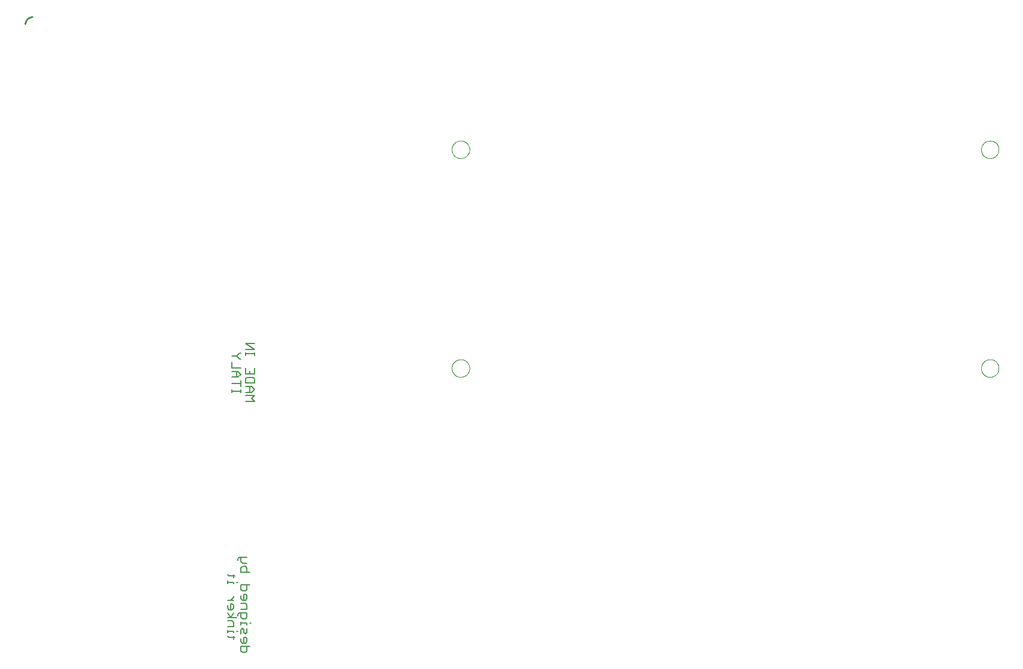
<source format=gbo>
G75*
%MOIN*%
%OFA0B0*%
%FSLAX25Y25*%
%IPPOS*%
%LPD*%
%AMOC8*
5,1,8,0,0,1.08239X$1,22.5*
%
%ADD10C,0.01000*%
%ADD11C,0.00700*%
%ADD12C,0.00000*%
D10*
X0132100Y0552863D02*
X0132102Y0552987D01*
X0132108Y0553110D01*
X0132117Y0553234D01*
X0132131Y0553356D01*
X0132148Y0553479D01*
X0132170Y0553601D01*
X0132195Y0553722D01*
X0132224Y0553842D01*
X0132256Y0553961D01*
X0132293Y0554080D01*
X0132333Y0554197D01*
X0132376Y0554312D01*
X0132424Y0554427D01*
X0132475Y0554539D01*
X0132529Y0554650D01*
X0132587Y0554760D01*
X0132648Y0554867D01*
X0132713Y0554973D01*
X0132781Y0555076D01*
X0132852Y0555177D01*
X0132926Y0555276D01*
X0133003Y0555373D01*
X0133084Y0555467D01*
X0133167Y0555558D01*
X0133253Y0555647D01*
X0133342Y0555733D01*
X0133433Y0555816D01*
X0133527Y0555897D01*
X0133624Y0555974D01*
X0133723Y0556048D01*
X0133824Y0556119D01*
X0133927Y0556187D01*
X0134033Y0556252D01*
X0134140Y0556313D01*
X0134250Y0556371D01*
X0134361Y0556425D01*
X0134473Y0556476D01*
X0134588Y0556524D01*
X0134703Y0556567D01*
X0134820Y0556607D01*
X0134939Y0556644D01*
X0135058Y0556676D01*
X0135178Y0556705D01*
X0135299Y0556730D01*
X0135421Y0556752D01*
X0135544Y0556769D01*
X0135666Y0556783D01*
X0135790Y0556792D01*
X0135913Y0556798D01*
X0136037Y0556800D01*
D11*
X0244950Y0211285D02*
X0245767Y0210467D01*
X0249037Y0210467D01*
X0248219Y0209650D02*
X0248219Y0211285D01*
X0248219Y0213088D02*
X0248219Y0213905D01*
X0244950Y0213905D01*
X0244950Y0213088D02*
X0244950Y0214722D01*
X0244950Y0216525D02*
X0248219Y0216525D01*
X0248219Y0218977D01*
X0247402Y0219795D01*
X0244950Y0219795D01*
X0244950Y0221682D02*
X0249854Y0221682D01*
X0250815Y0222692D02*
X0250815Y0223509D01*
X0251633Y0224326D01*
X0255719Y0224326D01*
X0255719Y0221874D01*
X0254902Y0221057D01*
X0253267Y0221057D01*
X0252450Y0221874D01*
X0252450Y0224326D01*
X0252450Y0226213D02*
X0255719Y0226213D01*
X0255719Y0228665D01*
X0254902Y0229483D01*
X0252450Y0229483D01*
X0253267Y0231370D02*
X0254902Y0231370D01*
X0255719Y0232187D01*
X0255719Y0233822D01*
X0254902Y0234639D01*
X0254085Y0234639D01*
X0254085Y0231370D01*
X0253267Y0231370D02*
X0252450Y0232187D01*
X0252450Y0233822D01*
X0253267Y0236526D02*
X0254902Y0236526D01*
X0255719Y0237343D01*
X0255719Y0239795D01*
X0257354Y0239795D02*
X0252450Y0239795D01*
X0252450Y0237343D01*
X0253267Y0236526D01*
X0250672Y0241406D02*
X0249854Y0241406D01*
X0248219Y0241406D02*
X0244950Y0241406D01*
X0244950Y0242223D02*
X0244950Y0240588D01*
X0248219Y0240588D02*
X0248219Y0241406D01*
X0248219Y0244026D02*
X0248219Y0245661D01*
X0249037Y0244843D02*
X0245767Y0244843D01*
X0244950Y0245661D01*
X0250815Y0253630D02*
X0250815Y0254447D01*
X0251633Y0255265D01*
X0255719Y0255265D01*
X0252450Y0255265D02*
X0252450Y0252813D01*
X0253267Y0251995D01*
X0255719Y0251995D01*
X0254902Y0250108D02*
X0255719Y0249291D01*
X0255719Y0246839D01*
X0257354Y0246839D02*
X0252450Y0246839D01*
X0252450Y0249291D01*
X0253267Y0250108D01*
X0254902Y0250108D01*
X0248219Y0233587D02*
X0248219Y0232770D01*
X0246585Y0231135D01*
X0248219Y0231135D02*
X0244950Y0231135D01*
X0246585Y0229248D02*
X0246585Y0225979D01*
X0247402Y0225979D02*
X0248219Y0226796D01*
X0248219Y0228431D01*
X0247402Y0229248D01*
X0246585Y0229248D01*
X0244950Y0228431D02*
X0244950Y0226796D01*
X0245767Y0225979D01*
X0247402Y0225979D01*
X0248219Y0224134D02*
X0246585Y0221682D01*
X0244950Y0224134D01*
X0252450Y0219254D02*
X0252450Y0217619D01*
X0252450Y0218437D02*
X0255719Y0218437D01*
X0255719Y0217619D01*
X0257354Y0218437D02*
X0258172Y0218437D01*
X0255719Y0215732D02*
X0255719Y0213280D01*
X0254902Y0212463D01*
X0254085Y0213280D01*
X0254085Y0214915D01*
X0253267Y0215732D01*
X0252450Y0214915D01*
X0252450Y0212463D01*
X0250672Y0213905D02*
X0249854Y0213905D01*
X0252450Y0209758D02*
X0252450Y0208124D01*
X0253267Y0207306D01*
X0254902Y0207306D01*
X0255719Y0208124D01*
X0255719Y0209758D01*
X0254902Y0210576D01*
X0254085Y0210576D01*
X0254085Y0207306D01*
X0255719Y0205419D02*
X0255719Y0202967D01*
X0254902Y0202150D01*
X0253267Y0202150D01*
X0252450Y0202967D01*
X0252450Y0205419D01*
X0257354Y0205419D01*
X0254950Y0342150D02*
X0259854Y0342150D01*
X0258219Y0343785D01*
X0259854Y0345419D01*
X0254950Y0345419D01*
X0254950Y0347306D02*
X0258219Y0347306D01*
X0259854Y0348941D01*
X0258219Y0350576D01*
X0254950Y0350576D01*
X0254950Y0352463D02*
X0254950Y0354915D01*
X0255767Y0355732D01*
X0259037Y0355732D01*
X0259854Y0354915D01*
X0259854Y0352463D01*
X0254950Y0352463D01*
X0252354Y0352222D02*
X0247450Y0352222D01*
X0247450Y0348785D02*
X0247450Y0347150D01*
X0247450Y0347967D02*
X0252354Y0347967D01*
X0252354Y0347150D02*
X0252354Y0348785D01*
X0252354Y0350588D02*
X0252354Y0353857D01*
X0250719Y0355744D02*
X0252354Y0357379D01*
X0250719Y0359013D01*
X0247450Y0359013D01*
X0247450Y0360900D02*
X0247450Y0364170D01*
X0247450Y0360900D02*
X0252354Y0360900D01*
X0254950Y0360889D02*
X0254950Y0357619D01*
X0259854Y0357619D01*
X0259854Y0360889D01*
X0257402Y0359254D02*
X0257402Y0357619D01*
X0250719Y0355744D02*
X0247450Y0355744D01*
X0249902Y0355744D02*
X0249902Y0359013D01*
X0251537Y0366057D02*
X0249902Y0367692D01*
X0247450Y0367692D01*
X0249902Y0367692D02*
X0251537Y0369326D01*
X0252354Y0369326D01*
X0254950Y0369567D02*
X0254950Y0367932D01*
X0254950Y0368749D02*
X0259854Y0368749D01*
X0259854Y0367932D02*
X0259854Y0369567D01*
X0259854Y0371370D02*
X0254950Y0374639D01*
X0259854Y0374639D01*
X0259854Y0371370D02*
X0254950Y0371370D01*
X0252354Y0366057D02*
X0251537Y0366057D01*
X0257402Y0350576D02*
X0257402Y0347306D01*
D12*
X0370041Y0360776D02*
X0370043Y0360916D01*
X0370049Y0361056D01*
X0370059Y0361195D01*
X0370073Y0361334D01*
X0370091Y0361473D01*
X0370112Y0361611D01*
X0370138Y0361749D01*
X0370168Y0361886D01*
X0370201Y0362021D01*
X0370239Y0362156D01*
X0370280Y0362290D01*
X0370325Y0362423D01*
X0370373Y0362554D01*
X0370426Y0362683D01*
X0370482Y0362812D01*
X0370541Y0362938D01*
X0370605Y0363063D01*
X0370671Y0363186D01*
X0370742Y0363307D01*
X0370815Y0363426D01*
X0370892Y0363543D01*
X0370973Y0363657D01*
X0371056Y0363769D01*
X0371143Y0363879D01*
X0371233Y0363987D01*
X0371325Y0364091D01*
X0371421Y0364193D01*
X0371520Y0364293D01*
X0371621Y0364389D01*
X0371725Y0364483D01*
X0371832Y0364573D01*
X0371941Y0364660D01*
X0372053Y0364745D01*
X0372167Y0364826D01*
X0372283Y0364904D01*
X0372401Y0364978D01*
X0372522Y0365049D01*
X0372644Y0365117D01*
X0372769Y0365181D01*
X0372895Y0365242D01*
X0373022Y0365299D01*
X0373152Y0365352D01*
X0373283Y0365402D01*
X0373415Y0365447D01*
X0373548Y0365490D01*
X0373683Y0365528D01*
X0373818Y0365562D01*
X0373955Y0365593D01*
X0374092Y0365620D01*
X0374230Y0365642D01*
X0374369Y0365661D01*
X0374508Y0365676D01*
X0374647Y0365687D01*
X0374787Y0365694D01*
X0374927Y0365697D01*
X0375067Y0365696D01*
X0375207Y0365691D01*
X0375346Y0365682D01*
X0375486Y0365669D01*
X0375625Y0365652D01*
X0375763Y0365631D01*
X0375901Y0365607D01*
X0376038Y0365578D01*
X0376174Y0365546D01*
X0376309Y0365509D01*
X0376443Y0365469D01*
X0376576Y0365425D01*
X0376707Y0365377D01*
X0376837Y0365326D01*
X0376966Y0365271D01*
X0377093Y0365212D01*
X0377218Y0365149D01*
X0377341Y0365084D01*
X0377463Y0365014D01*
X0377582Y0364941D01*
X0377700Y0364865D01*
X0377815Y0364786D01*
X0377928Y0364703D01*
X0378038Y0364617D01*
X0378146Y0364528D01*
X0378251Y0364436D01*
X0378354Y0364341D01*
X0378454Y0364243D01*
X0378551Y0364143D01*
X0378645Y0364039D01*
X0378737Y0363933D01*
X0378825Y0363825D01*
X0378910Y0363714D01*
X0378992Y0363600D01*
X0379071Y0363484D01*
X0379146Y0363367D01*
X0379218Y0363247D01*
X0379286Y0363125D01*
X0379351Y0363001D01*
X0379413Y0362875D01*
X0379471Y0362748D01*
X0379525Y0362619D01*
X0379576Y0362488D01*
X0379622Y0362356D01*
X0379665Y0362223D01*
X0379705Y0362089D01*
X0379740Y0361954D01*
X0379772Y0361817D01*
X0379799Y0361680D01*
X0379823Y0361542D01*
X0379843Y0361404D01*
X0379859Y0361265D01*
X0379871Y0361125D01*
X0379879Y0360986D01*
X0379883Y0360846D01*
X0379883Y0360706D01*
X0379879Y0360566D01*
X0379871Y0360427D01*
X0379859Y0360287D01*
X0379843Y0360148D01*
X0379823Y0360010D01*
X0379799Y0359872D01*
X0379772Y0359735D01*
X0379740Y0359598D01*
X0379705Y0359463D01*
X0379665Y0359329D01*
X0379622Y0359196D01*
X0379576Y0359064D01*
X0379525Y0358933D01*
X0379471Y0358804D01*
X0379413Y0358677D01*
X0379351Y0358551D01*
X0379286Y0358427D01*
X0379218Y0358305D01*
X0379146Y0358185D01*
X0379071Y0358068D01*
X0378992Y0357952D01*
X0378910Y0357838D01*
X0378825Y0357727D01*
X0378737Y0357619D01*
X0378645Y0357513D01*
X0378551Y0357409D01*
X0378454Y0357309D01*
X0378354Y0357211D01*
X0378251Y0357116D01*
X0378146Y0357024D01*
X0378038Y0356935D01*
X0377928Y0356849D01*
X0377815Y0356766D01*
X0377700Y0356687D01*
X0377582Y0356611D01*
X0377463Y0356538D01*
X0377341Y0356468D01*
X0377218Y0356403D01*
X0377093Y0356340D01*
X0376966Y0356281D01*
X0376837Y0356226D01*
X0376707Y0356175D01*
X0376576Y0356127D01*
X0376443Y0356083D01*
X0376309Y0356043D01*
X0376174Y0356006D01*
X0376038Y0355974D01*
X0375901Y0355945D01*
X0375763Y0355921D01*
X0375625Y0355900D01*
X0375486Y0355883D01*
X0375346Y0355870D01*
X0375207Y0355861D01*
X0375067Y0355856D01*
X0374927Y0355855D01*
X0374787Y0355858D01*
X0374647Y0355865D01*
X0374508Y0355876D01*
X0374369Y0355891D01*
X0374230Y0355910D01*
X0374092Y0355932D01*
X0373955Y0355959D01*
X0373818Y0355990D01*
X0373683Y0356024D01*
X0373548Y0356062D01*
X0373415Y0356105D01*
X0373283Y0356150D01*
X0373152Y0356200D01*
X0373022Y0356253D01*
X0372895Y0356310D01*
X0372769Y0356371D01*
X0372644Y0356435D01*
X0372522Y0356503D01*
X0372401Y0356574D01*
X0372283Y0356648D01*
X0372167Y0356726D01*
X0372053Y0356807D01*
X0371941Y0356892D01*
X0371832Y0356979D01*
X0371725Y0357069D01*
X0371621Y0357163D01*
X0371520Y0357259D01*
X0371421Y0357359D01*
X0371325Y0357461D01*
X0371233Y0357565D01*
X0371143Y0357673D01*
X0371056Y0357783D01*
X0370973Y0357895D01*
X0370892Y0358009D01*
X0370815Y0358126D01*
X0370742Y0358245D01*
X0370671Y0358366D01*
X0370605Y0358489D01*
X0370541Y0358614D01*
X0370482Y0358740D01*
X0370426Y0358869D01*
X0370373Y0358998D01*
X0370325Y0359129D01*
X0370280Y0359262D01*
X0370239Y0359396D01*
X0370201Y0359531D01*
X0370168Y0359666D01*
X0370138Y0359803D01*
X0370112Y0359941D01*
X0370091Y0360079D01*
X0370073Y0360218D01*
X0370059Y0360357D01*
X0370049Y0360496D01*
X0370043Y0360636D01*
X0370041Y0360776D01*
X0370041Y0482824D02*
X0370043Y0482964D01*
X0370049Y0483104D01*
X0370059Y0483243D01*
X0370073Y0483382D01*
X0370091Y0483521D01*
X0370112Y0483659D01*
X0370138Y0483797D01*
X0370168Y0483934D01*
X0370201Y0484069D01*
X0370239Y0484204D01*
X0370280Y0484338D01*
X0370325Y0484471D01*
X0370373Y0484602D01*
X0370426Y0484731D01*
X0370482Y0484860D01*
X0370541Y0484986D01*
X0370605Y0485111D01*
X0370671Y0485234D01*
X0370742Y0485355D01*
X0370815Y0485474D01*
X0370892Y0485591D01*
X0370973Y0485705D01*
X0371056Y0485817D01*
X0371143Y0485927D01*
X0371233Y0486035D01*
X0371325Y0486139D01*
X0371421Y0486241D01*
X0371520Y0486341D01*
X0371621Y0486437D01*
X0371725Y0486531D01*
X0371832Y0486621D01*
X0371941Y0486708D01*
X0372053Y0486793D01*
X0372167Y0486874D01*
X0372283Y0486952D01*
X0372401Y0487026D01*
X0372522Y0487097D01*
X0372644Y0487165D01*
X0372769Y0487229D01*
X0372895Y0487290D01*
X0373022Y0487347D01*
X0373152Y0487400D01*
X0373283Y0487450D01*
X0373415Y0487495D01*
X0373548Y0487538D01*
X0373683Y0487576D01*
X0373818Y0487610D01*
X0373955Y0487641D01*
X0374092Y0487668D01*
X0374230Y0487690D01*
X0374369Y0487709D01*
X0374508Y0487724D01*
X0374647Y0487735D01*
X0374787Y0487742D01*
X0374927Y0487745D01*
X0375067Y0487744D01*
X0375207Y0487739D01*
X0375346Y0487730D01*
X0375486Y0487717D01*
X0375625Y0487700D01*
X0375763Y0487679D01*
X0375901Y0487655D01*
X0376038Y0487626D01*
X0376174Y0487594D01*
X0376309Y0487557D01*
X0376443Y0487517D01*
X0376576Y0487473D01*
X0376707Y0487425D01*
X0376837Y0487374D01*
X0376966Y0487319D01*
X0377093Y0487260D01*
X0377218Y0487197D01*
X0377341Y0487132D01*
X0377463Y0487062D01*
X0377582Y0486989D01*
X0377700Y0486913D01*
X0377815Y0486834D01*
X0377928Y0486751D01*
X0378038Y0486665D01*
X0378146Y0486576D01*
X0378251Y0486484D01*
X0378354Y0486389D01*
X0378454Y0486291D01*
X0378551Y0486191D01*
X0378645Y0486087D01*
X0378737Y0485981D01*
X0378825Y0485873D01*
X0378910Y0485762D01*
X0378992Y0485648D01*
X0379071Y0485532D01*
X0379146Y0485415D01*
X0379218Y0485295D01*
X0379286Y0485173D01*
X0379351Y0485049D01*
X0379413Y0484923D01*
X0379471Y0484796D01*
X0379525Y0484667D01*
X0379576Y0484536D01*
X0379622Y0484404D01*
X0379665Y0484271D01*
X0379705Y0484137D01*
X0379740Y0484002D01*
X0379772Y0483865D01*
X0379799Y0483728D01*
X0379823Y0483590D01*
X0379843Y0483452D01*
X0379859Y0483313D01*
X0379871Y0483173D01*
X0379879Y0483034D01*
X0379883Y0482894D01*
X0379883Y0482754D01*
X0379879Y0482614D01*
X0379871Y0482475D01*
X0379859Y0482335D01*
X0379843Y0482196D01*
X0379823Y0482058D01*
X0379799Y0481920D01*
X0379772Y0481783D01*
X0379740Y0481646D01*
X0379705Y0481511D01*
X0379665Y0481377D01*
X0379622Y0481244D01*
X0379576Y0481112D01*
X0379525Y0480981D01*
X0379471Y0480852D01*
X0379413Y0480725D01*
X0379351Y0480599D01*
X0379286Y0480475D01*
X0379218Y0480353D01*
X0379146Y0480233D01*
X0379071Y0480116D01*
X0378992Y0480000D01*
X0378910Y0479886D01*
X0378825Y0479775D01*
X0378737Y0479667D01*
X0378645Y0479561D01*
X0378551Y0479457D01*
X0378454Y0479357D01*
X0378354Y0479259D01*
X0378251Y0479164D01*
X0378146Y0479072D01*
X0378038Y0478983D01*
X0377928Y0478897D01*
X0377815Y0478814D01*
X0377700Y0478735D01*
X0377582Y0478659D01*
X0377463Y0478586D01*
X0377341Y0478516D01*
X0377218Y0478451D01*
X0377093Y0478388D01*
X0376966Y0478329D01*
X0376837Y0478274D01*
X0376707Y0478223D01*
X0376576Y0478175D01*
X0376443Y0478131D01*
X0376309Y0478091D01*
X0376174Y0478054D01*
X0376038Y0478022D01*
X0375901Y0477993D01*
X0375763Y0477969D01*
X0375625Y0477948D01*
X0375486Y0477931D01*
X0375346Y0477918D01*
X0375207Y0477909D01*
X0375067Y0477904D01*
X0374927Y0477903D01*
X0374787Y0477906D01*
X0374647Y0477913D01*
X0374508Y0477924D01*
X0374369Y0477939D01*
X0374230Y0477958D01*
X0374092Y0477980D01*
X0373955Y0478007D01*
X0373818Y0478038D01*
X0373683Y0478072D01*
X0373548Y0478110D01*
X0373415Y0478153D01*
X0373283Y0478198D01*
X0373152Y0478248D01*
X0373022Y0478301D01*
X0372895Y0478358D01*
X0372769Y0478419D01*
X0372644Y0478483D01*
X0372522Y0478551D01*
X0372401Y0478622D01*
X0372283Y0478696D01*
X0372167Y0478774D01*
X0372053Y0478855D01*
X0371941Y0478940D01*
X0371832Y0479027D01*
X0371725Y0479117D01*
X0371621Y0479211D01*
X0371520Y0479307D01*
X0371421Y0479407D01*
X0371325Y0479509D01*
X0371233Y0479613D01*
X0371143Y0479721D01*
X0371056Y0479831D01*
X0370973Y0479943D01*
X0370892Y0480057D01*
X0370815Y0480174D01*
X0370742Y0480293D01*
X0370671Y0480414D01*
X0370605Y0480537D01*
X0370541Y0480662D01*
X0370482Y0480788D01*
X0370426Y0480917D01*
X0370373Y0481046D01*
X0370325Y0481177D01*
X0370280Y0481310D01*
X0370239Y0481444D01*
X0370201Y0481579D01*
X0370168Y0481714D01*
X0370138Y0481851D01*
X0370112Y0481989D01*
X0370091Y0482127D01*
X0370073Y0482266D01*
X0370059Y0482405D01*
X0370049Y0482544D01*
X0370043Y0482684D01*
X0370041Y0482824D01*
X0665317Y0482824D02*
X0665319Y0482964D01*
X0665325Y0483104D01*
X0665335Y0483243D01*
X0665349Y0483382D01*
X0665367Y0483521D01*
X0665388Y0483659D01*
X0665414Y0483797D01*
X0665444Y0483934D01*
X0665477Y0484069D01*
X0665515Y0484204D01*
X0665556Y0484338D01*
X0665601Y0484471D01*
X0665649Y0484602D01*
X0665702Y0484731D01*
X0665758Y0484860D01*
X0665817Y0484986D01*
X0665881Y0485111D01*
X0665947Y0485234D01*
X0666018Y0485355D01*
X0666091Y0485474D01*
X0666168Y0485591D01*
X0666249Y0485705D01*
X0666332Y0485817D01*
X0666419Y0485927D01*
X0666509Y0486035D01*
X0666601Y0486139D01*
X0666697Y0486241D01*
X0666796Y0486341D01*
X0666897Y0486437D01*
X0667001Y0486531D01*
X0667108Y0486621D01*
X0667217Y0486708D01*
X0667329Y0486793D01*
X0667443Y0486874D01*
X0667559Y0486952D01*
X0667677Y0487026D01*
X0667798Y0487097D01*
X0667920Y0487165D01*
X0668045Y0487229D01*
X0668171Y0487290D01*
X0668298Y0487347D01*
X0668428Y0487400D01*
X0668559Y0487450D01*
X0668691Y0487495D01*
X0668824Y0487538D01*
X0668959Y0487576D01*
X0669094Y0487610D01*
X0669231Y0487641D01*
X0669368Y0487668D01*
X0669506Y0487690D01*
X0669645Y0487709D01*
X0669784Y0487724D01*
X0669923Y0487735D01*
X0670063Y0487742D01*
X0670203Y0487745D01*
X0670343Y0487744D01*
X0670483Y0487739D01*
X0670622Y0487730D01*
X0670762Y0487717D01*
X0670901Y0487700D01*
X0671039Y0487679D01*
X0671177Y0487655D01*
X0671314Y0487626D01*
X0671450Y0487594D01*
X0671585Y0487557D01*
X0671719Y0487517D01*
X0671852Y0487473D01*
X0671983Y0487425D01*
X0672113Y0487374D01*
X0672242Y0487319D01*
X0672369Y0487260D01*
X0672494Y0487197D01*
X0672617Y0487132D01*
X0672739Y0487062D01*
X0672858Y0486989D01*
X0672976Y0486913D01*
X0673091Y0486834D01*
X0673204Y0486751D01*
X0673314Y0486665D01*
X0673422Y0486576D01*
X0673527Y0486484D01*
X0673630Y0486389D01*
X0673730Y0486291D01*
X0673827Y0486191D01*
X0673921Y0486087D01*
X0674013Y0485981D01*
X0674101Y0485873D01*
X0674186Y0485762D01*
X0674268Y0485648D01*
X0674347Y0485532D01*
X0674422Y0485415D01*
X0674494Y0485295D01*
X0674562Y0485173D01*
X0674627Y0485049D01*
X0674689Y0484923D01*
X0674747Y0484796D01*
X0674801Y0484667D01*
X0674852Y0484536D01*
X0674898Y0484404D01*
X0674941Y0484271D01*
X0674981Y0484137D01*
X0675016Y0484002D01*
X0675048Y0483865D01*
X0675075Y0483728D01*
X0675099Y0483590D01*
X0675119Y0483452D01*
X0675135Y0483313D01*
X0675147Y0483173D01*
X0675155Y0483034D01*
X0675159Y0482894D01*
X0675159Y0482754D01*
X0675155Y0482614D01*
X0675147Y0482475D01*
X0675135Y0482335D01*
X0675119Y0482196D01*
X0675099Y0482058D01*
X0675075Y0481920D01*
X0675048Y0481783D01*
X0675016Y0481646D01*
X0674981Y0481511D01*
X0674941Y0481377D01*
X0674898Y0481244D01*
X0674852Y0481112D01*
X0674801Y0480981D01*
X0674747Y0480852D01*
X0674689Y0480725D01*
X0674627Y0480599D01*
X0674562Y0480475D01*
X0674494Y0480353D01*
X0674422Y0480233D01*
X0674347Y0480116D01*
X0674268Y0480000D01*
X0674186Y0479886D01*
X0674101Y0479775D01*
X0674013Y0479667D01*
X0673921Y0479561D01*
X0673827Y0479457D01*
X0673730Y0479357D01*
X0673630Y0479259D01*
X0673527Y0479164D01*
X0673422Y0479072D01*
X0673314Y0478983D01*
X0673204Y0478897D01*
X0673091Y0478814D01*
X0672976Y0478735D01*
X0672858Y0478659D01*
X0672739Y0478586D01*
X0672617Y0478516D01*
X0672494Y0478451D01*
X0672369Y0478388D01*
X0672242Y0478329D01*
X0672113Y0478274D01*
X0671983Y0478223D01*
X0671852Y0478175D01*
X0671719Y0478131D01*
X0671585Y0478091D01*
X0671450Y0478054D01*
X0671314Y0478022D01*
X0671177Y0477993D01*
X0671039Y0477969D01*
X0670901Y0477948D01*
X0670762Y0477931D01*
X0670622Y0477918D01*
X0670483Y0477909D01*
X0670343Y0477904D01*
X0670203Y0477903D01*
X0670063Y0477906D01*
X0669923Y0477913D01*
X0669784Y0477924D01*
X0669645Y0477939D01*
X0669506Y0477958D01*
X0669368Y0477980D01*
X0669231Y0478007D01*
X0669094Y0478038D01*
X0668959Y0478072D01*
X0668824Y0478110D01*
X0668691Y0478153D01*
X0668559Y0478198D01*
X0668428Y0478248D01*
X0668298Y0478301D01*
X0668171Y0478358D01*
X0668045Y0478419D01*
X0667920Y0478483D01*
X0667798Y0478551D01*
X0667677Y0478622D01*
X0667559Y0478696D01*
X0667443Y0478774D01*
X0667329Y0478855D01*
X0667217Y0478940D01*
X0667108Y0479027D01*
X0667001Y0479117D01*
X0666897Y0479211D01*
X0666796Y0479307D01*
X0666697Y0479407D01*
X0666601Y0479509D01*
X0666509Y0479613D01*
X0666419Y0479721D01*
X0666332Y0479831D01*
X0666249Y0479943D01*
X0666168Y0480057D01*
X0666091Y0480174D01*
X0666018Y0480293D01*
X0665947Y0480414D01*
X0665881Y0480537D01*
X0665817Y0480662D01*
X0665758Y0480788D01*
X0665702Y0480917D01*
X0665649Y0481046D01*
X0665601Y0481177D01*
X0665556Y0481310D01*
X0665515Y0481444D01*
X0665477Y0481579D01*
X0665444Y0481714D01*
X0665414Y0481851D01*
X0665388Y0481989D01*
X0665367Y0482127D01*
X0665349Y0482266D01*
X0665335Y0482405D01*
X0665325Y0482544D01*
X0665319Y0482684D01*
X0665317Y0482824D01*
X0665317Y0360776D02*
X0665319Y0360916D01*
X0665325Y0361056D01*
X0665335Y0361195D01*
X0665349Y0361334D01*
X0665367Y0361473D01*
X0665388Y0361611D01*
X0665414Y0361749D01*
X0665444Y0361886D01*
X0665477Y0362021D01*
X0665515Y0362156D01*
X0665556Y0362290D01*
X0665601Y0362423D01*
X0665649Y0362554D01*
X0665702Y0362683D01*
X0665758Y0362812D01*
X0665817Y0362938D01*
X0665881Y0363063D01*
X0665947Y0363186D01*
X0666018Y0363307D01*
X0666091Y0363426D01*
X0666168Y0363543D01*
X0666249Y0363657D01*
X0666332Y0363769D01*
X0666419Y0363879D01*
X0666509Y0363987D01*
X0666601Y0364091D01*
X0666697Y0364193D01*
X0666796Y0364293D01*
X0666897Y0364389D01*
X0667001Y0364483D01*
X0667108Y0364573D01*
X0667217Y0364660D01*
X0667329Y0364745D01*
X0667443Y0364826D01*
X0667559Y0364904D01*
X0667677Y0364978D01*
X0667798Y0365049D01*
X0667920Y0365117D01*
X0668045Y0365181D01*
X0668171Y0365242D01*
X0668298Y0365299D01*
X0668428Y0365352D01*
X0668559Y0365402D01*
X0668691Y0365447D01*
X0668824Y0365490D01*
X0668959Y0365528D01*
X0669094Y0365562D01*
X0669231Y0365593D01*
X0669368Y0365620D01*
X0669506Y0365642D01*
X0669645Y0365661D01*
X0669784Y0365676D01*
X0669923Y0365687D01*
X0670063Y0365694D01*
X0670203Y0365697D01*
X0670343Y0365696D01*
X0670483Y0365691D01*
X0670622Y0365682D01*
X0670762Y0365669D01*
X0670901Y0365652D01*
X0671039Y0365631D01*
X0671177Y0365607D01*
X0671314Y0365578D01*
X0671450Y0365546D01*
X0671585Y0365509D01*
X0671719Y0365469D01*
X0671852Y0365425D01*
X0671983Y0365377D01*
X0672113Y0365326D01*
X0672242Y0365271D01*
X0672369Y0365212D01*
X0672494Y0365149D01*
X0672617Y0365084D01*
X0672739Y0365014D01*
X0672858Y0364941D01*
X0672976Y0364865D01*
X0673091Y0364786D01*
X0673204Y0364703D01*
X0673314Y0364617D01*
X0673422Y0364528D01*
X0673527Y0364436D01*
X0673630Y0364341D01*
X0673730Y0364243D01*
X0673827Y0364143D01*
X0673921Y0364039D01*
X0674013Y0363933D01*
X0674101Y0363825D01*
X0674186Y0363714D01*
X0674268Y0363600D01*
X0674347Y0363484D01*
X0674422Y0363367D01*
X0674494Y0363247D01*
X0674562Y0363125D01*
X0674627Y0363001D01*
X0674689Y0362875D01*
X0674747Y0362748D01*
X0674801Y0362619D01*
X0674852Y0362488D01*
X0674898Y0362356D01*
X0674941Y0362223D01*
X0674981Y0362089D01*
X0675016Y0361954D01*
X0675048Y0361817D01*
X0675075Y0361680D01*
X0675099Y0361542D01*
X0675119Y0361404D01*
X0675135Y0361265D01*
X0675147Y0361125D01*
X0675155Y0360986D01*
X0675159Y0360846D01*
X0675159Y0360706D01*
X0675155Y0360566D01*
X0675147Y0360427D01*
X0675135Y0360287D01*
X0675119Y0360148D01*
X0675099Y0360010D01*
X0675075Y0359872D01*
X0675048Y0359735D01*
X0675016Y0359598D01*
X0674981Y0359463D01*
X0674941Y0359329D01*
X0674898Y0359196D01*
X0674852Y0359064D01*
X0674801Y0358933D01*
X0674747Y0358804D01*
X0674689Y0358677D01*
X0674627Y0358551D01*
X0674562Y0358427D01*
X0674494Y0358305D01*
X0674422Y0358185D01*
X0674347Y0358068D01*
X0674268Y0357952D01*
X0674186Y0357838D01*
X0674101Y0357727D01*
X0674013Y0357619D01*
X0673921Y0357513D01*
X0673827Y0357409D01*
X0673730Y0357309D01*
X0673630Y0357211D01*
X0673527Y0357116D01*
X0673422Y0357024D01*
X0673314Y0356935D01*
X0673204Y0356849D01*
X0673091Y0356766D01*
X0672976Y0356687D01*
X0672858Y0356611D01*
X0672739Y0356538D01*
X0672617Y0356468D01*
X0672494Y0356403D01*
X0672369Y0356340D01*
X0672242Y0356281D01*
X0672113Y0356226D01*
X0671983Y0356175D01*
X0671852Y0356127D01*
X0671719Y0356083D01*
X0671585Y0356043D01*
X0671450Y0356006D01*
X0671314Y0355974D01*
X0671177Y0355945D01*
X0671039Y0355921D01*
X0670901Y0355900D01*
X0670762Y0355883D01*
X0670622Y0355870D01*
X0670483Y0355861D01*
X0670343Y0355856D01*
X0670203Y0355855D01*
X0670063Y0355858D01*
X0669923Y0355865D01*
X0669784Y0355876D01*
X0669645Y0355891D01*
X0669506Y0355910D01*
X0669368Y0355932D01*
X0669231Y0355959D01*
X0669094Y0355990D01*
X0668959Y0356024D01*
X0668824Y0356062D01*
X0668691Y0356105D01*
X0668559Y0356150D01*
X0668428Y0356200D01*
X0668298Y0356253D01*
X0668171Y0356310D01*
X0668045Y0356371D01*
X0667920Y0356435D01*
X0667798Y0356503D01*
X0667677Y0356574D01*
X0667559Y0356648D01*
X0667443Y0356726D01*
X0667329Y0356807D01*
X0667217Y0356892D01*
X0667108Y0356979D01*
X0667001Y0357069D01*
X0666897Y0357163D01*
X0666796Y0357259D01*
X0666697Y0357359D01*
X0666601Y0357461D01*
X0666509Y0357565D01*
X0666419Y0357673D01*
X0666332Y0357783D01*
X0666249Y0357895D01*
X0666168Y0358009D01*
X0666091Y0358126D01*
X0666018Y0358245D01*
X0665947Y0358366D01*
X0665881Y0358489D01*
X0665817Y0358614D01*
X0665758Y0358740D01*
X0665702Y0358869D01*
X0665649Y0358998D01*
X0665601Y0359129D01*
X0665556Y0359262D01*
X0665515Y0359396D01*
X0665477Y0359531D01*
X0665444Y0359666D01*
X0665414Y0359803D01*
X0665388Y0359941D01*
X0665367Y0360079D01*
X0665349Y0360218D01*
X0665335Y0360357D01*
X0665325Y0360496D01*
X0665319Y0360636D01*
X0665317Y0360776D01*
M02*

</source>
